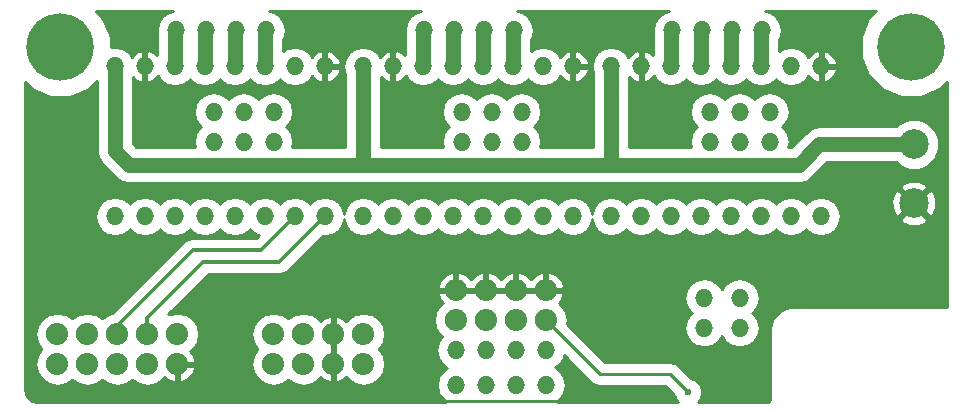
<source format=gbr>
G04 #@! TF.FileFunction,Copper,L2,Bot,Signal*
%FSLAX46Y46*%
G04 Gerber Fmt 4.6, Leading zero omitted, Abs format (unit mm)*
G04 Created by KiCad (PCBNEW 4.0.2-stable) date 10/3/2017 10:25:22 PM*
%MOMM*%
G01*
G04 APERTURE LIST*
%ADD10C,0.100000*%
%ADD11O,1.879600X1.879600*%
%ADD12O,1.524000X1.524000*%
%ADD13C,2.500000*%
%ADD14C,5.700000*%
%ADD15C,0.600000*%
%ADD16C,1.270000*%
%ADD17C,0.254000*%
%ADD18C,0.203200*%
%ADD19C,0.508000*%
%ADD20C,0.304800*%
G04 APERTURE END LIST*
D10*
D11*
X159639000Y-123317000D03*
X159639000Y-125857000D03*
X157099000Y-123317000D03*
X157099000Y-125857000D03*
X154559000Y-123317000D03*
X154559000Y-125857000D03*
X152019000Y-123317000D03*
X152019000Y-125857000D03*
D12*
X143690000Y-100650000D03*
X141150000Y-100650000D03*
X138610000Y-100650000D03*
X146230000Y-100650000D03*
X148770000Y-100650000D03*
X151310000Y-100650000D03*
X156390000Y-100650000D03*
X153850000Y-100650000D03*
X153850000Y-113350000D03*
X156390000Y-113350000D03*
X151310000Y-113350000D03*
X148770000Y-113350000D03*
X138610000Y-113350000D03*
X141150000Y-113350000D03*
X143690000Y-113350000D03*
X146230000Y-113350000D03*
X164690000Y-100650000D03*
X162150000Y-100650000D03*
X159610000Y-100650000D03*
X167230000Y-100650000D03*
X169770000Y-100650000D03*
X172310000Y-100650000D03*
X177390000Y-100650000D03*
X174850000Y-100650000D03*
X174850000Y-113350000D03*
X177390000Y-113350000D03*
X172310000Y-113350000D03*
X169770000Y-113350000D03*
X159610000Y-113350000D03*
X162150000Y-113350000D03*
X164690000Y-113350000D03*
X167230000Y-113350000D03*
D11*
X143891000Y-123317000D03*
X143891000Y-125857000D03*
X141351000Y-123317000D03*
X141351000Y-125857000D03*
X138811000Y-123317000D03*
X138811000Y-125857000D03*
X136271000Y-123317000D03*
X136271000Y-125857000D03*
X133731000Y-123317000D03*
X133731000Y-125857000D03*
D12*
X188500000Y-120250000D03*
X188500000Y-122790000D03*
X191500000Y-120250000D03*
X191500000Y-122790000D03*
X167513000Y-127635000D03*
X170053000Y-127635000D03*
X172593000Y-127635000D03*
X175133000Y-127635000D03*
X146960000Y-107020000D03*
X146960000Y-104480000D03*
X149500000Y-107020000D03*
X149500000Y-104480000D03*
X152040000Y-107020000D03*
X152040000Y-104480000D03*
X167960000Y-107020000D03*
X167960000Y-104480000D03*
X170500000Y-107020000D03*
X170500000Y-104480000D03*
X173040000Y-107020000D03*
X173040000Y-104480000D03*
X188960000Y-107020000D03*
X188960000Y-104480000D03*
X191500000Y-107020000D03*
X191500000Y-104480000D03*
X194040000Y-107020000D03*
X194040000Y-104480000D03*
X143800000Y-97600000D03*
X146340000Y-97600000D03*
X148880000Y-97600000D03*
X151420000Y-97600000D03*
X164800000Y-97600000D03*
X167340000Y-97600000D03*
X169880000Y-97600000D03*
X172420000Y-97600000D03*
X185800000Y-97600000D03*
X188340000Y-97600000D03*
X190880000Y-97600000D03*
X193420000Y-97600000D03*
D13*
X206250000Y-112250000D03*
X206250000Y-107250000D03*
D14*
X206000000Y-99000000D03*
X134000000Y-99000000D03*
D12*
X185690000Y-100650000D03*
X183150000Y-100650000D03*
X180610000Y-100650000D03*
X188230000Y-100650000D03*
X190770000Y-100650000D03*
X193310000Y-100650000D03*
X198390000Y-100650000D03*
X195850000Y-100650000D03*
X195850000Y-113350000D03*
X198390000Y-113350000D03*
X193310000Y-113350000D03*
X190770000Y-113350000D03*
X180610000Y-113350000D03*
X183150000Y-113350000D03*
X185690000Y-113350000D03*
X188230000Y-113350000D03*
D11*
X167465000Y-122126000D03*
X167465000Y-119586000D03*
X170005000Y-122126000D03*
X170005000Y-119586000D03*
X172545000Y-122126000D03*
X172545000Y-119586000D03*
X175085000Y-122126000D03*
X175085000Y-119586000D03*
D12*
X167465000Y-124666000D03*
X170005000Y-124666000D03*
X172545000Y-124666000D03*
X175085000Y-124666000D03*
D15*
X176600000Y-126300000D03*
X180400000Y-111300000D03*
X159400000Y-111200000D03*
X138300000Y-111300000D03*
X177700000Y-121900000D03*
X184102000Y-125428000D03*
X187150000Y-128222000D03*
D16*
X180610000Y-100650000D02*
X180610000Y-109000000D01*
X180600000Y-108600000D02*
X180600000Y-109000000D01*
X180600000Y-108990000D02*
X180600000Y-108600000D01*
X180610000Y-109000000D02*
X180600000Y-108990000D01*
X159610000Y-100650000D02*
X159610000Y-109000000D01*
X159500000Y-108900000D02*
X159500000Y-109000000D01*
X159510000Y-108900000D02*
X159500000Y-108900000D01*
X159610000Y-109000000D02*
X159510000Y-108900000D01*
X206250000Y-107250000D02*
X198250000Y-107250000D01*
X196500000Y-109000000D02*
X180600000Y-109000000D01*
X198250000Y-107250000D02*
X196500000Y-109000000D01*
X180600000Y-109000000D02*
X159500000Y-109000000D01*
X138610000Y-107810000D02*
X138610000Y-100650000D01*
X159500000Y-109000000D02*
X139800000Y-109000000D01*
X139800000Y-109000000D02*
X138610000Y-107810000D01*
D17*
X176600000Y-126300000D02*
X176600000Y-126600000D01*
X157099000Y-128599000D02*
X157099000Y-125857000D01*
X157500000Y-129000000D02*
X157099000Y-128599000D01*
X177500000Y-129000000D02*
X157500000Y-129000000D01*
X177500000Y-127500000D02*
X177500000Y-129000000D01*
X176600000Y-126600000D02*
X177500000Y-127500000D01*
D18*
X156845000Y-125857000D02*
X156850600Y-125857000D01*
D19*
X156845000Y-123317000D02*
X156845000Y-122713000D01*
D18*
X175100000Y-118850000D02*
X175100000Y-119444000D01*
D17*
X179657000Y-126698000D02*
X175085000Y-122126000D01*
X185626000Y-126698000D02*
X179657000Y-126698000D01*
X187150000Y-128222000D02*
X185626000Y-126698000D01*
D20*
X138811000Y-123317000D02*
X138811000Y-122589000D01*
X138811000Y-122589000D02*
X145200000Y-116200000D01*
X151000000Y-116200000D02*
X153850000Y-113350000D01*
X145200000Y-116200000D02*
X151000000Y-116200000D01*
X141351000Y-123317000D02*
X141351000Y-121949000D01*
X152540000Y-117200000D02*
X156390000Y-113350000D01*
X146100000Y-117200000D02*
X152540000Y-117200000D01*
X141351000Y-121949000D02*
X146100000Y-117200000D01*
D18*
X138811000Y-125857000D02*
X138816600Y-125857000D01*
X138300000Y-125857000D02*
X138300000Y-125850000D01*
X136271000Y-125857000D02*
X136378200Y-125857000D01*
X136271000Y-125857000D02*
X136556000Y-125857000D01*
X135760000Y-125857000D02*
X135943000Y-125857000D01*
D16*
X143690000Y-100650000D02*
X143690000Y-97710000D01*
X143690000Y-97710000D02*
X143800000Y-97600000D01*
X146230000Y-100650000D02*
X146230000Y-97710000D01*
X146230000Y-97710000D02*
X146340000Y-97600000D01*
X148770000Y-100650000D02*
X148770000Y-97710000D01*
X148770000Y-97710000D02*
X148880000Y-97600000D01*
X151310000Y-100650000D02*
X151310000Y-97710000D01*
X151310000Y-97710000D02*
X151420000Y-97600000D01*
X164690000Y-100650000D02*
X164690000Y-97710000D01*
X164690000Y-97710000D02*
X164800000Y-97600000D01*
X167230000Y-100650000D02*
X167230000Y-97710000D01*
X167230000Y-97710000D02*
X167340000Y-97600000D01*
X169770000Y-100650000D02*
X169770000Y-97710000D01*
X169770000Y-97710000D02*
X169880000Y-97600000D01*
X172310000Y-100650000D02*
X172310000Y-97710000D01*
X172310000Y-97710000D02*
X172420000Y-97600000D01*
X185690000Y-100650000D02*
X185690000Y-97710000D01*
X185690000Y-97710000D02*
X185800000Y-97600000D01*
X188230000Y-100650000D02*
X188230000Y-97710000D01*
X188230000Y-97710000D02*
X188340000Y-97600000D01*
X190770000Y-100650000D02*
X190770000Y-97710000D01*
X190770000Y-97710000D02*
X190880000Y-97600000D01*
X193310000Y-100650000D02*
X193310000Y-97710000D01*
X193310000Y-97710000D02*
X193420000Y-97600000D01*
D18*
X154559000Y-125857000D02*
X154559000Y-125811800D01*
X152019000Y-123317000D02*
X152019000Y-122814600D01*
X154559000Y-123317000D02*
X154559000Y-122865400D01*
X154559000Y-123317000D02*
X154559000Y-122509800D01*
D17*
G36*
X143168190Y-96042330D02*
X142632567Y-96400222D01*
X142274675Y-96935845D01*
X142149000Y-97567655D01*
X142149000Y-97632345D01*
X142166000Y-97717810D01*
X142166000Y-99721175D01*
X141864997Y-99449826D01*
X141493070Y-99295780D01*
X141277000Y-99418280D01*
X141277000Y-100523000D01*
X141297000Y-100523000D01*
X141297000Y-100777000D01*
X141277000Y-100777000D01*
X141277000Y-101881720D01*
X141493070Y-102004220D01*
X141864997Y-101850174D01*
X142269858Y-101485199D01*
X142273647Y-101477243D01*
X142522567Y-101849778D01*
X143058190Y-102207670D01*
X143690000Y-102333345D01*
X144321810Y-102207670D01*
X144857433Y-101849778D01*
X144960000Y-101696276D01*
X145062567Y-101849778D01*
X145598190Y-102207670D01*
X146230000Y-102333345D01*
X146861810Y-102207670D01*
X147397433Y-101849778D01*
X147500000Y-101696276D01*
X147602567Y-101849778D01*
X148138190Y-102207670D01*
X148770000Y-102333345D01*
X149401810Y-102207670D01*
X149937433Y-101849778D01*
X150040000Y-101696276D01*
X150142567Y-101849778D01*
X150678190Y-102207670D01*
X151310000Y-102333345D01*
X151941810Y-102207670D01*
X152477433Y-101849778D01*
X152580000Y-101696276D01*
X152682567Y-101849778D01*
X153218190Y-102207670D01*
X153850000Y-102333345D01*
X154481810Y-102207670D01*
X155017433Y-101849778D01*
X155266353Y-101477243D01*
X155270142Y-101485199D01*
X155675003Y-101850174D01*
X156046930Y-102004220D01*
X156263000Y-101881720D01*
X156263000Y-100777000D01*
X156517000Y-100777000D01*
X156517000Y-101881720D01*
X156733070Y-102004220D01*
X157104997Y-101850174D01*
X157509858Y-101485199D01*
X157744231Y-100993072D01*
X157622476Y-100777000D01*
X156517000Y-100777000D01*
X156263000Y-100777000D01*
X156243000Y-100777000D01*
X156243000Y-100523000D01*
X156263000Y-100523000D01*
X156263000Y-99418280D01*
X156517000Y-99418280D01*
X156517000Y-100523000D01*
X157622476Y-100523000D01*
X157744231Y-100306928D01*
X157509858Y-99814801D01*
X157104997Y-99449826D01*
X156733070Y-99295780D01*
X156517000Y-99418280D01*
X156263000Y-99418280D01*
X156046930Y-99295780D01*
X155675003Y-99449826D01*
X155270142Y-99814801D01*
X155266353Y-99822757D01*
X155017433Y-99450222D01*
X154481810Y-99092330D01*
X153850000Y-98966655D01*
X153218190Y-99092330D01*
X152834000Y-99349038D01*
X152834000Y-98430765D01*
X152945325Y-98264155D01*
X153071000Y-97632345D01*
X153071000Y-97567655D01*
X152945325Y-96935845D01*
X152587433Y-96400222D01*
X152051810Y-96042330D01*
X151658019Y-95964000D01*
X164561981Y-95964000D01*
X164168190Y-96042330D01*
X163632567Y-96400222D01*
X163274675Y-96935845D01*
X163149000Y-97567655D01*
X163149000Y-97632345D01*
X163166000Y-97717810D01*
X163166000Y-99721175D01*
X162864997Y-99449826D01*
X162493070Y-99295780D01*
X162277000Y-99418280D01*
X162277000Y-100523000D01*
X162297000Y-100523000D01*
X162297000Y-100777000D01*
X162277000Y-100777000D01*
X162277000Y-101881720D01*
X162493070Y-102004220D01*
X162864997Y-101850174D01*
X163269858Y-101485199D01*
X163273647Y-101477243D01*
X163522567Y-101849778D01*
X164058190Y-102207670D01*
X164690000Y-102333345D01*
X165321810Y-102207670D01*
X165857433Y-101849778D01*
X165960000Y-101696276D01*
X166062567Y-101849778D01*
X166598190Y-102207670D01*
X167230000Y-102333345D01*
X167861810Y-102207670D01*
X168397433Y-101849778D01*
X168500000Y-101696276D01*
X168602567Y-101849778D01*
X169138190Y-102207670D01*
X169770000Y-102333345D01*
X170401810Y-102207670D01*
X170937433Y-101849778D01*
X171040000Y-101696276D01*
X171142567Y-101849778D01*
X171678190Y-102207670D01*
X172310000Y-102333345D01*
X172941810Y-102207670D01*
X173477433Y-101849778D01*
X173580000Y-101696276D01*
X173682567Y-101849778D01*
X174218190Y-102207670D01*
X174850000Y-102333345D01*
X175481810Y-102207670D01*
X176017433Y-101849778D01*
X176266353Y-101477243D01*
X176270142Y-101485199D01*
X176675003Y-101850174D01*
X177046930Y-102004220D01*
X177263000Y-101881720D01*
X177263000Y-100777000D01*
X177517000Y-100777000D01*
X177517000Y-101881720D01*
X177733070Y-102004220D01*
X178104997Y-101850174D01*
X178509858Y-101485199D01*
X178744231Y-100993072D01*
X178622476Y-100777000D01*
X177517000Y-100777000D01*
X177263000Y-100777000D01*
X177243000Y-100777000D01*
X177243000Y-100523000D01*
X177263000Y-100523000D01*
X177263000Y-99418280D01*
X177517000Y-99418280D01*
X177517000Y-100523000D01*
X178622476Y-100523000D01*
X178744231Y-100306928D01*
X178509858Y-99814801D01*
X178104997Y-99449826D01*
X177733070Y-99295780D01*
X177517000Y-99418280D01*
X177263000Y-99418280D01*
X177046930Y-99295780D01*
X176675003Y-99449826D01*
X176270142Y-99814801D01*
X176266353Y-99822757D01*
X176017433Y-99450222D01*
X175481810Y-99092330D01*
X174850000Y-98966655D01*
X174218190Y-99092330D01*
X173834000Y-99349038D01*
X173834000Y-98430765D01*
X173945325Y-98264155D01*
X174071000Y-97632345D01*
X174071000Y-97567655D01*
X173945325Y-96935845D01*
X173587433Y-96400222D01*
X173051810Y-96042330D01*
X172658019Y-95964000D01*
X185561981Y-95964000D01*
X185168190Y-96042330D01*
X184632567Y-96400222D01*
X184274675Y-96935845D01*
X184149000Y-97567655D01*
X184149000Y-97632345D01*
X184166000Y-97717810D01*
X184166000Y-99721175D01*
X183864997Y-99449826D01*
X183493070Y-99295780D01*
X183277000Y-99418280D01*
X183277000Y-100523000D01*
X183297000Y-100523000D01*
X183297000Y-100777000D01*
X183277000Y-100777000D01*
X183277000Y-101881720D01*
X183493070Y-102004220D01*
X183864997Y-101850174D01*
X184269858Y-101485199D01*
X184273647Y-101477243D01*
X184522567Y-101849778D01*
X185058190Y-102207670D01*
X185690000Y-102333345D01*
X186321810Y-102207670D01*
X186857433Y-101849778D01*
X186960000Y-101696276D01*
X187062567Y-101849778D01*
X187598190Y-102207670D01*
X188230000Y-102333345D01*
X188861810Y-102207670D01*
X189397433Y-101849778D01*
X189500000Y-101696276D01*
X189602567Y-101849778D01*
X190138190Y-102207670D01*
X190770000Y-102333345D01*
X191401810Y-102207670D01*
X191937433Y-101849778D01*
X192040000Y-101696276D01*
X192142567Y-101849778D01*
X192678190Y-102207670D01*
X193310000Y-102333345D01*
X193941810Y-102207670D01*
X194477433Y-101849778D01*
X194580000Y-101696276D01*
X194682567Y-101849778D01*
X195218190Y-102207670D01*
X195850000Y-102333345D01*
X196481810Y-102207670D01*
X197017433Y-101849778D01*
X197266353Y-101477243D01*
X197270142Y-101485199D01*
X197675003Y-101850174D01*
X198046930Y-102004220D01*
X198263000Y-101881720D01*
X198263000Y-100777000D01*
X198517000Y-100777000D01*
X198517000Y-101881720D01*
X198733070Y-102004220D01*
X199104997Y-101850174D01*
X199509858Y-101485199D01*
X199744231Y-100993072D01*
X199622476Y-100777000D01*
X198517000Y-100777000D01*
X198263000Y-100777000D01*
X198243000Y-100777000D01*
X198243000Y-100523000D01*
X198263000Y-100523000D01*
X198263000Y-99418280D01*
X198517000Y-99418280D01*
X198517000Y-100523000D01*
X199622476Y-100523000D01*
X199744231Y-100306928D01*
X199509858Y-99814801D01*
X199104997Y-99449826D01*
X198733070Y-99295780D01*
X198517000Y-99418280D01*
X198263000Y-99418280D01*
X198046930Y-99295780D01*
X197675003Y-99449826D01*
X197270142Y-99814801D01*
X197266353Y-99822757D01*
X197017433Y-99450222D01*
X196481810Y-99092330D01*
X195850000Y-98966655D01*
X195218190Y-99092330D01*
X194834000Y-99349038D01*
X194834000Y-98430765D01*
X194945325Y-98264155D01*
X195071000Y-97632345D01*
X195071000Y-97567655D01*
X194945325Y-96935845D01*
X194587433Y-96400222D01*
X194051810Y-96042330D01*
X193658019Y-95964000D01*
X203029890Y-95964000D01*
X202401668Y-96591127D01*
X201753738Y-98151513D01*
X201752264Y-99841074D01*
X202397469Y-101402590D01*
X203591127Y-102598332D01*
X205151513Y-103246262D01*
X206841074Y-103247736D01*
X208402590Y-102602531D01*
X209036000Y-101970225D01*
X209036000Y-120905056D01*
X209015812Y-121006549D01*
X209012102Y-121012101D01*
X209006549Y-121015812D01*
X208905056Y-121036000D01*
X196000000Y-121036000D01*
X195906878Y-121054523D01*
X195811934Y-121054523D01*
X195429251Y-121130643D01*
X195429250Y-121130643D01*
X195081747Y-121274583D01*
X194757324Y-121491356D01*
X194491356Y-121757323D01*
X194491356Y-121757324D01*
X194274583Y-122081748D01*
X194130644Y-122429249D01*
X194130643Y-122429251D01*
X194054523Y-122811934D01*
X194054523Y-122906878D01*
X194036000Y-123000000D01*
X194036000Y-128905056D01*
X194015812Y-129006549D01*
X194012102Y-129012101D01*
X194006549Y-129015812D01*
X193905056Y-129036000D01*
X188017547Y-129036000D01*
X188157397Y-128896394D01*
X188338793Y-128459544D01*
X188339206Y-127986531D01*
X188158573Y-127549365D01*
X187824394Y-127214603D01*
X187405506Y-127040666D01*
X186344420Y-125979580D01*
X186014807Y-125759338D01*
X185950300Y-125746507D01*
X185626000Y-125682000D01*
X180077841Y-125682000D01*
X176878653Y-122482813D01*
X176949628Y-122126000D01*
X176810419Y-121426149D01*
X176413985Y-120832843D01*
X176180307Y-120676704D01*
X176429546Y-120405890D01*
X176494114Y-120250000D01*
X186816655Y-120250000D01*
X186942330Y-120881810D01*
X187300222Y-121417433D01*
X187453724Y-121520000D01*
X187300222Y-121622567D01*
X186942330Y-122158190D01*
X186816655Y-122790000D01*
X186942330Y-123421810D01*
X187300222Y-123957433D01*
X187835845Y-124315325D01*
X188467655Y-124441000D01*
X188532345Y-124441000D01*
X189164155Y-124315325D01*
X189699778Y-123957433D01*
X190000000Y-123508119D01*
X190300222Y-123957433D01*
X190835845Y-124315325D01*
X191467655Y-124441000D01*
X191532345Y-124441000D01*
X192164155Y-124315325D01*
X192699778Y-123957433D01*
X193057670Y-123421810D01*
X193183345Y-122790000D01*
X193057670Y-122158190D01*
X192699778Y-121622567D01*
X192546276Y-121520000D01*
X192699778Y-121417433D01*
X193057670Y-120881810D01*
X193183345Y-120250000D01*
X193057670Y-119618190D01*
X192699778Y-119082567D01*
X192164155Y-118724675D01*
X191532345Y-118599000D01*
X191467655Y-118599000D01*
X190835845Y-118724675D01*
X190300222Y-119082567D01*
X190000000Y-119531881D01*
X189699778Y-119082567D01*
X189164155Y-118724675D01*
X188532345Y-118599000D01*
X188467655Y-118599000D01*
X187835845Y-118724675D01*
X187300222Y-119082567D01*
X186942330Y-119618190D01*
X186816655Y-120250000D01*
X176494114Y-120250000D01*
X176615479Y-119956987D01*
X176495343Y-119713000D01*
X175212000Y-119713000D01*
X175212000Y-119733000D01*
X174958000Y-119733000D01*
X174958000Y-119713000D01*
X172672000Y-119713000D01*
X172672000Y-119733000D01*
X172418000Y-119733000D01*
X172418000Y-119713000D01*
X170132000Y-119713000D01*
X170132000Y-119733000D01*
X169878000Y-119733000D01*
X169878000Y-119713000D01*
X167592000Y-119713000D01*
X167592000Y-119733000D01*
X167338000Y-119733000D01*
X167338000Y-119713000D01*
X166054657Y-119713000D01*
X165934521Y-119956987D01*
X166120454Y-120405890D01*
X166369693Y-120676704D01*
X166136015Y-120832843D01*
X165739581Y-121426149D01*
X165600372Y-122126000D01*
X165739581Y-122825851D01*
X166136015Y-123419157D01*
X166269444Y-123508311D01*
X165939675Y-124001845D01*
X165814000Y-124633655D01*
X165814000Y-124698345D01*
X165939675Y-125330155D01*
X166297567Y-125865778D01*
X166747683Y-126166536D01*
X166345567Y-126435222D01*
X165987675Y-126970845D01*
X165862000Y-127602655D01*
X165862000Y-127667345D01*
X165987675Y-128299155D01*
X166345567Y-128834778D01*
X166646717Y-129036000D01*
X132094946Y-129036000D01*
X131610766Y-128939691D01*
X131280791Y-128719209D01*
X131060309Y-128389234D01*
X130964000Y-127905054D01*
X130964000Y-123317000D01*
X131866372Y-123317000D01*
X132005581Y-124016851D01*
X132386542Y-124587000D01*
X132005581Y-125157149D01*
X131866372Y-125857000D01*
X132005581Y-126556851D01*
X132402015Y-127150157D01*
X132995321Y-127546591D01*
X133695172Y-127685800D01*
X133766828Y-127685800D01*
X134466679Y-127546591D01*
X135001000Y-127189569D01*
X135535321Y-127546591D01*
X136235172Y-127685800D01*
X136306828Y-127685800D01*
X137006679Y-127546591D01*
X137541000Y-127189569D01*
X138075321Y-127546591D01*
X138775172Y-127685800D01*
X138846828Y-127685800D01*
X139546679Y-127546591D01*
X140081000Y-127189569D01*
X140615321Y-127546591D01*
X141315172Y-127685800D01*
X141386828Y-127685800D01*
X142086679Y-127546591D01*
X142679985Y-127150157D01*
X142807029Y-126960021D01*
X142962560Y-127129015D01*
X143520012Y-127387487D01*
X143764000Y-127267930D01*
X143764000Y-125984000D01*
X144018000Y-125984000D01*
X144018000Y-127267930D01*
X144261988Y-127387487D01*
X144819440Y-127129015D01*
X145235546Y-126676890D01*
X145421479Y-126227987D01*
X145301343Y-125984000D01*
X144018000Y-125984000D01*
X143764000Y-125984000D01*
X143744000Y-125984000D01*
X143744000Y-125730000D01*
X143764000Y-125730000D01*
X143764000Y-125710000D01*
X144018000Y-125710000D01*
X144018000Y-125730000D01*
X145301343Y-125730000D01*
X145421479Y-125486013D01*
X145235546Y-125037110D01*
X144986307Y-124766296D01*
X145219985Y-124610157D01*
X145616419Y-124016851D01*
X145755628Y-123317000D01*
X150154372Y-123317000D01*
X150293581Y-124016851D01*
X150674542Y-124587000D01*
X150293581Y-125157149D01*
X150154372Y-125857000D01*
X150293581Y-126556851D01*
X150690015Y-127150157D01*
X151283321Y-127546591D01*
X151983172Y-127685800D01*
X152054828Y-127685800D01*
X152754679Y-127546591D01*
X153289000Y-127189569D01*
X153823321Y-127546591D01*
X154523172Y-127685800D01*
X154594828Y-127685800D01*
X155294679Y-127546591D01*
X155887985Y-127150157D01*
X156015029Y-126960021D01*
X156170560Y-127129015D01*
X156728012Y-127387487D01*
X156972000Y-127267930D01*
X156972000Y-125984000D01*
X156952000Y-125984000D01*
X156952000Y-125730000D01*
X156972000Y-125730000D01*
X156972000Y-123444000D01*
X156952000Y-123444000D01*
X156952000Y-123190000D01*
X156972000Y-123190000D01*
X156972000Y-121906070D01*
X157226000Y-121906070D01*
X157226000Y-123190000D01*
X157246000Y-123190000D01*
X157246000Y-123444000D01*
X157226000Y-123444000D01*
X157226000Y-125730000D01*
X157246000Y-125730000D01*
X157246000Y-125984000D01*
X157226000Y-125984000D01*
X157226000Y-127267930D01*
X157469988Y-127387487D01*
X158027440Y-127129015D01*
X158182971Y-126960021D01*
X158310015Y-127150157D01*
X158903321Y-127546591D01*
X159603172Y-127685800D01*
X159674828Y-127685800D01*
X160374679Y-127546591D01*
X160967985Y-127150157D01*
X161364419Y-126556851D01*
X161503628Y-125857000D01*
X161364419Y-125157149D01*
X160983458Y-124587000D01*
X161364419Y-124016851D01*
X161503628Y-123317000D01*
X161364419Y-122617149D01*
X160967985Y-122023843D01*
X160374679Y-121627409D01*
X159674828Y-121488200D01*
X159603172Y-121488200D01*
X158903321Y-121627409D01*
X158310015Y-122023843D01*
X158182971Y-122213979D01*
X158027440Y-122044985D01*
X157469988Y-121786513D01*
X157226000Y-121906070D01*
X156972000Y-121906070D01*
X156728012Y-121786513D01*
X156170560Y-122044985D01*
X156015029Y-122213979D01*
X155887985Y-122023843D01*
X155294679Y-121627409D01*
X154594828Y-121488200D01*
X154523172Y-121488200D01*
X153823321Y-121627409D01*
X153289000Y-121984431D01*
X152754679Y-121627409D01*
X152054828Y-121488200D01*
X151983172Y-121488200D01*
X151283321Y-121627409D01*
X150690015Y-122023843D01*
X150293581Y-122617149D01*
X150154372Y-123317000D01*
X145755628Y-123317000D01*
X145616419Y-122617149D01*
X145219985Y-122023843D01*
X144626679Y-121627409D01*
X143926828Y-121488200D01*
X143855172Y-121488200D01*
X143155321Y-121627409D01*
X143125281Y-121647481D01*
X145557749Y-119215013D01*
X165934521Y-119215013D01*
X166054657Y-119459000D01*
X167338000Y-119459000D01*
X167338000Y-118175070D01*
X167592000Y-118175070D01*
X167592000Y-119459000D01*
X169878000Y-119459000D01*
X169878000Y-118175070D01*
X170132000Y-118175070D01*
X170132000Y-119459000D01*
X172418000Y-119459000D01*
X172418000Y-118175070D01*
X172672000Y-118175070D01*
X172672000Y-119459000D01*
X174958000Y-119459000D01*
X174958000Y-118175070D01*
X175212000Y-118175070D01*
X175212000Y-119459000D01*
X176495343Y-119459000D01*
X176615479Y-119215013D01*
X176429546Y-118766110D01*
X176013440Y-118313985D01*
X175455988Y-118055513D01*
X175212000Y-118175070D01*
X174958000Y-118175070D01*
X174714012Y-118055513D01*
X174156560Y-118313985D01*
X173815000Y-118685111D01*
X173473440Y-118313985D01*
X172915988Y-118055513D01*
X172672000Y-118175070D01*
X172418000Y-118175070D01*
X172174012Y-118055513D01*
X171616560Y-118313985D01*
X171275000Y-118685111D01*
X170933440Y-118313985D01*
X170375988Y-118055513D01*
X170132000Y-118175070D01*
X169878000Y-118175070D01*
X169634012Y-118055513D01*
X169076560Y-118313985D01*
X168735000Y-118685111D01*
X168393440Y-118313985D01*
X167835988Y-118055513D01*
X167592000Y-118175070D01*
X167338000Y-118175070D01*
X167094012Y-118055513D01*
X166536560Y-118313985D01*
X166120454Y-118766110D01*
X165934521Y-119215013D01*
X145557749Y-119215013D01*
X146531362Y-118241400D01*
X152540000Y-118241400D01*
X152938527Y-118162128D01*
X153276381Y-117936381D01*
X156214355Y-114998407D01*
X156390000Y-115033345D01*
X157021810Y-114907670D01*
X157557433Y-114549778D01*
X157915325Y-114014155D01*
X158000000Y-113588466D01*
X158084675Y-114014155D01*
X158442567Y-114549778D01*
X158978190Y-114907670D01*
X159610000Y-115033345D01*
X160241810Y-114907670D01*
X160777433Y-114549778D01*
X160880000Y-114396276D01*
X160982567Y-114549778D01*
X161518190Y-114907670D01*
X162150000Y-115033345D01*
X162781810Y-114907670D01*
X163317433Y-114549778D01*
X163420000Y-114396276D01*
X163522567Y-114549778D01*
X164058190Y-114907670D01*
X164690000Y-115033345D01*
X165321810Y-114907670D01*
X165857433Y-114549778D01*
X165960000Y-114396276D01*
X166062567Y-114549778D01*
X166598190Y-114907670D01*
X167230000Y-115033345D01*
X167861810Y-114907670D01*
X168397433Y-114549778D01*
X168500000Y-114396276D01*
X168602567Y-114549778D01*
X169138190Y-114907670D01*
X169770000Y-115033345D01*
X170401810Y-114907670D01*
X170937433Y-114549778D01*
X171040000Y-114396276D01*
X171142567Y-114549778D01*
X171678190Y-114907670D01*
X172310000Y-115033345D01*
X172941810Y-114907670D01*
X173477433Y-114549778D01*
X173580000Y-114396276D01*
X173682567Y-114549778D01*
X174218190Y-114907670D01*
X174850000Y-115033345D01*
X175481810Y-114907670D01*
X176017433Y-114549778D01*
X176120000Y-114396276D01*
X176222567Y-114549778D01*
X176758190Y-114907670D01*
X177390000Y-115033345D01*
X178021810Y-114907670D01*
X178557433Y-114549778D01*
X178915325Y-114014155D01*
X179000000Y-113588466D01*
X179084675Y-114014155D01*
X179442567Y-114549778D01*
X179978190Y-114907670D01*
X180610000Y-115033345D01*
X181241810Y-114907670D01*
X181777433Y-114549778D01*
X181880000Y-114396276D01*
X181982567Y-114549778D01*
X182518190Y-114907670D01*
X183150000Y-115033345D01*
X183781810Y-114907670D01*
X184317433Y-114549778D01*
X184420000Y-114396276D01*
X184522567Y-114549778D01*
X185058190Y-114907670D01*
X185690000Y-115033345D01*
X186321810Y-114907670D01*
X186857433Y-114549778D01*
X186960000Y-114396276D01*
X187062567Y-114549778D01*
X187598190Y-114907670D01*
X188230000Y-115033345D01*
X188861810Y-114907670D01*
X189397433Y-114549778D01*
X189500000Y-114396276D01*
X189602567Y-114549778D01*
X190138190Y-114907670D01*
X190770000Y-115033345D01*
X191401810Y-114907670D01*
X191937433Y-114549778D01*
X192040000Y-114396276D01*
X192142567Y-114549778D01*
X192678190Y-114907670D01*
X193310000Y-115033345D01*
X193941810Y-114907670D01*
X194477433Y-114549778D01*
X194580000Y-114396276D01*
X194682567Y-114549778D01*
X195218190Y-114907670D01*
X195850000Y-115033345D01*
X196481810Y-114907670D01*
X197017433Y-114549778D01*
X197120000Y-114396276D01*
X197222567Y-114549778D01*
X197758190Y-114907670D01*
X198390000Y-115033345D01*
X199021810Y-114907670D01*
X199557433Y-114549778D01*
X199915325Y-114014155D01*
X200001023Y-113583320D01*
X205096285Y-113583320D01*
X205225533Y-113876123D01*
X205925806Y-114144388D01*
X206675435Y-114124250D01*
X207274467Y-113876123D01*
X207403715Y-113583320D01*
X206250000Y-112429605D01*
X205096285Y-113583320D01*
X200001023Y-113583320D01*
X200041000Y-113382345D01*
X200041000Y-113317655D01*
X199915325Y-112685845D01*
X199557433Y-112150222D01*
X199221571Y-111925806D01*
X204355612Y-111925806D01*
X204375750Y-112675435D01*
X204623877Y-113274467D01*
X204916680Y-113403715D01*
X206070395Y-112250000D01*
X206429605Y-112250000D01*
X207583320Y-113403715D01*
X207876123Y-113274467D01*
X208144388Y-112574194D01*
X208124250Y-111824565D01*
X207876123Y-111225533D01*
X207583320Y-111096285D01*
X206429605Y-112250000D01*
X206070395Y-112250000D01*
X204916680Y-111096285D01*
X204623877Y-111225533D01*
X204355612Y-111925806D01*
X199221571Y-111925806D01*
X199021810Y-111792330D01*
X198390000Y-111666655D01*
X197758190Y-111792330D01*
X197222567Y-112150222D01*
X197120000Y-112303724D01*
X197017433Y-112150222D01*
X196481810Y-111792330D01*
X195850000Y-111666655D01*
X195218190Y-111792330D01*
X194682567Y-112150222D01*
X194580000Y-112303724D01*
X194477433Y-112150222D01*
X193941810Y-111792330D01*
X193310000Y-111666655D01*
X192678190Y-111792330D01*
X192142567Y-112150222D01*
X192040000Y-112303724D01*
X191937433Y-112150222D01*
X191401810Y-111792330D01*
X190770000Y-111666655D01*
X190138190Y-111792330D01*
X189602567Y-112150222D01*
X189500000Y-112303724D01*
X189397433Y-112150222D01*
X188861810Y-111792330D01*
X188230000Y-111666655D01*
X187598190Y-111792330D01*
X187062567Y-112150222D01*
X186960000Y-112303724D01*
X186857433Y-112150222D01*
X186321810Y-111792330D01*
X185690000Y-111666655D01*
X185058190Y-111792330D01*
X184522567Y-112150222D01*
X184420000Y-112303724D01*
X184317433Y-112150222D01*
X183781810Y-111792330D01*
X183150000Y-111666655D01*
X182518190Y-111792330D01*
X181982567Y-112150222D01*
X181880000Y-112303724D01*
X181777433Y-112150222D01*
X181241810Y-111792330D01*
X180610000Y-111666655D01*
X179978190Y-111792330D01*
X179442567Y-112150222D01*
X179084675Y-112685845D01*
X179000000Y-113111534D01*
X178915325Y-112685845D01*
X178557433Y-112150222D01*
X178021810Y-111792330D01*
X177390000Y-111666655D01*
X176758190Y-111792330D01*
X176222567Y-112150222D01*
X176120000Y-112303724D01*
X176017433Y-112150222D01*
X175481810Y-111792330D01*
X174850000Y-111666655D01*
X174218190Y-111792330D01*
X173682567Y-112150222D01*
X173580000Y-112303724D01*
X173477433Y-112150222D01*
X172941810Y-111792330D01*
X172310000Y-111666655D01*
X171678190Y-111792330D01*
X171142567Y-112150222D01*
X171040000Y-112303724D01*
X170937433Y-112150222D01*
X170401810Y-111792330D01*
X169770000Y-111666655D01*
X169138190Y-111792330D01*
X168602567Y-112150222D01*
X168500000Y-112303724D01*
X168397433Y-112150222D01*
X167861810Y-111792330D01*
X167230000Y-111666655D01*
X166598190Y-111792330D01*
X166062567Y-112150222D01*
X165960000Y-112303724D01*
X165857433Y-112150222D01*
X165321810Y-111792330D01*
X164690000Y-111666655D01*
X164058190Y-111792330D01*
X163522567Y-112150222D01*
X163420000Y-112303724D01*
X163317433Y-112150222D01*
X162781810Y-111792330D01*
X162150000Y-111666655D01*
X161518190Y-111792330D01*
X160982567Y-112150222D01*
X160880000Y-112303724D01*
X160777433Y-112150222D01*
X160241810Y-111792330D01*
X159610000Y-111666655D01*
X158978190Y-111792330D01*
X158442567Y-112150222D01*
X158084675Y-112685845D01*
X158000000Y-113111534D01*
X157915325Y-112685845D01*
X157557433Y-112150222D01*
X157021810Y-111792330D01*
X156390000Y-111666655D01*
X155758190Y-111792330D01*
X155222567Y-112150222D01*
X155120000Y-112303724D01*
X155017433Y-112150222D01*
X154481810Y-111792330D01*
X153850000Y-111666655D01*
X153218190Y-111792330D01*
X152682567Y-112150222D01*
X152580000Y-112303724D01*
X152477433Y-112150222D01*
X151941810Y-111792330D01*
X151310000Y-111666655D01*
X150678190Y-111792330D01*
X150142567Y-112150222D01*
X150040000Y-112303724D01*
X149937433Y-112150222D01*
X149401810Y-111792330D01*
X148770000Y-111666655D01*
X148138190Y-111792330D01*
X147602567Y-112150222D01*
X147500000Y-112303724D01*
X147397433Y-112150222D01*
X146861810Y-111792330D01*
X146230000Y-111666655D01*
X145598190Y-111792330D01*
X145062567Y-112150222D01*
X144960000Y-112303724D01*
X144857433Y-112150222D01*
X144321810Y-111792330D01*
X143690000Y-111666655D01*
X143058190Y-111792330D01*
X142522567Y-112150222D01*
X142420000Y-112303724D01*
X142317433Y-112150222D01*
X141781810Y-111792330D01*
X141150000Y-111666655D01*
X140518190Y-111792330D01*
X139982567Y-112150222D01*
X139880000Y-112303724D01*
X139777433Y-112150222D01*
X139241810Y-111792330D01*
X138610000Y-111666655D01*
X137978190Y-111792330D01*
X137442567Y-112150222D01*
X137084675Y-112685845D01*
X136959000Y-113317655D01*
X136959000Y-113382345D01*
X137084675Y-114014155D01*
X137442567Y-114549778D01*
X137978190Y-114907670D01*
X138610000Y-115033345D01*
X139241810Y-114907670D01*
X139777433Y-114549778D01*
X139880000Y-114396276D01*
X139982567Y-114549778D01*
X140518190Y-114907670D01*
X141150000Y-115033345D01*
X141781810Y-114907670D01*
X142317433Y-114549778D01*
X142420000Y-114396276D01*
X142522567Y-114549778D01*
X143058190Y-114907670D01*
X143690000Y-115033345D01*
X144321810Y-114907670D01*
X144857433Y-114549778D01*
X144960000Y-114396276D01*
X145062567Y-114549778D01*
X145598190Y-114907670D01*
X146230000Y-115033345D01*
X146861810Y-114907670D01*
X147397433Y-114549778D01*
X147500000Y-114396276D01*
X147602567Y-114549778D01*
X148138190Y-114907670D01*
X148770000Y-115033345D01*
X149401810Y-114907670D01*
X149937433Y-114549778D01*
X150040000Y-114396276D01*
X150142567Y-114549778D01*
X150678190Y-114907670D01*
X150796112Y-114931126D01*
X150568638Y-115158600D01*
X145200000Y-115158600D01*
X144801473Y-115237872D01*
X144463619Y-115463619D01*
X138355575Y-121571663D01*
X138075321Y-121627409D01*
X137541000Y-121984431D01*
X137006679Y-121627409D01*
X136306828Y-121488200D01*
X136235172Y-121488200D01*
X135535321Y-121627409D01*
X135001000Y-121984431D01*
X134466679Y-121627409D01*
X133766828Y-121488200D01*
X133695172Y-121488200D01*
X132995321Y-121627409D01*
X132402015Y-122023843D01*
X132005581Y-122617149D01*
X131866372Y-123317000D01*
X130964000Y-123317000D01*
X130964000Y-110916680D01*
X205096285Y-110916680D01*
X206250000Y-112070395D01*
X207403715Y-110916680D01*
X207274467Y-110623877D01*
X206574194Y-110355612D01*
X205824565Y-110375750D01*
X205225533Y-110623877D01*
X205096285Y-110916680D01*
X130964000Y-110916680D01*
X130964000Y-101970110D01*
X131591127Y-102598332D01*
X133151513Y-103246262D01*
X134841074Y-103247736D01*
X136402590Y-102602531D01*
X137086000Y-101920312D01*
X137086000Y-107810000D01*
X137202008Y-108393210D01*
X137387621Y-108671000D01*
X137532369Y-108887631D01*
X138722369Y-110077631D01*
X139216790Y-110407992D01*
X139800000Y-110524000D01*
X196500000Y-110524000D01*
X197083210Y-110407992D01*
X197577631Y-110077631D01*
X198881262Y-108774000D01*
X204748977Y-108774000D01*
X205036772Y-109062298D01*
X205822660Y-109388627D01*
X206673607Y-109389370D01*
X207460063Y-109064413D01*
X208062298Y-108463228D01*
X208388627Y-107677340D01*
X208389370Y-106826393D01*
X208064413Y-106039937D01*
X207463228Y-105437702D01*
X206677340Y-105111373D01*
X205826393Y-105110630D01*
X205039937Y-105435587D01*
X204749017Y-105726000D01*
X198250005Y-105726000D01*
X198250000Y-105725999D01*
X197666791Y-105842007D01*
X197172369Y-106172369D01*
X195868738Y-107476000D01*
X195632641Y-107476000D01*
X195723345Y-107020000D01*
X195597670Y-106388190D01*
X195239778Y-105852567D01*
X195086276Y-105750000D01*
X195239778Y-105647433D01*
X195597670Y-105111810D01*
X195723345Y-104480000D01*
X195597670Y-103848190D01*
X195239778Y-103312567D01*
X194704155Y-102954675D01*
X194072345Y-102829000D01*
X194007655Y-102829000D01*
X193375845Y-102954675D01*
X192840222Y-103312567D01*
X192770000Y-103417662D01*
X192699778Y-103312567D01*
X192164155Y-102954675D01*
X191532345Y-102829000D01*
X191467655Y-102829000D01*
X190835845Y-102954675D01*
X190300222Y-103312567D01*
X190230000Y-103417662D01*
X190159778Y-103312567D01*
X189624155Y-102954675D01*
X188992345Y-102829000D01*
X188927655Y-102829000D01*
X188295845Y-102954675D01*
X187760222Y-103312567D01*
X187402330Y-103848190D01*
X187276655Y-104480000D01*
X187402330Y-105111810D01*
X187760222Y-105647433D01*
X187913724Y-105750000D01*
X187760222Y-105852567D01*
X187402330Y-106388190D01*
X187276655Y-107020000D01*
X187367359Y-107476000D01*
X182134000Y-107476000D01*
X182134000Y-101578825D01*
X182435003Y-101850174D01*
X182806930Y-102004220D01*
X183023000Y-101881720D01*
X183023000Y-100777000D01*
X183003000Y-100777000D01*
X183003000Y-100523000D01*
X183023000Y-100523000D01*
X183023000Y-99418280D01*
X182806930Y-99295780D01*
X182435003Y-99449826D01*
X182030142Y-99814801D01*
X182026353Y-99822757D01*
X181777433Y-99450222D01*
X181241810Y-99092330D01*
X180610000Y-98966655D01*
X179978190Y-99092330D01*
X179442567Y-99450222D01*
X179084675Y-99985845D01*
X178959000Y-100617655D01*
X178959000Y-100682345D01*
X179084675Y-101314155D01*
X179086000Y-101316138D01*
X179086000Y-107476000D01*
X174632641Y-107476000D01*
X174723345Y-107020000D01*
X174597670Y-106388190D01*
X174239778Y-105852567D01*
X174086276Y-105750000D01*
X174239778Y-105647433D01*
X174597670Y-105111810D01*
X174723345Y-104480000D01*
X174597670Y-103848190D01*
X174239778Y-103312567D01*
X173704155Y-102954675D01*
X173072345Y-102829000D01*
X173007655Y-102829000D01*
X172375845Y-102954675D01*
X171840222Y-103312567D01*
X171770000Y-103417662D01*
X171699778Y-103312567D01*
X171164155Y-102954675D01*
X170532345Y-102829000D01*
X170467655Y-102829000D01*
X169835845Y-102954675D01*
X169300222Y-103312567D01*
X169230000Y-103417662D01*
X169159778Y-103312567D01*
X168624155Y-102954675D01*
X167992345Y-102829000D01*
X167927655Y-102829000D01*
X167295845Y-102954675D01*
X166760222Y-103312567D01*
X166402330Y-103848190D01*
X166276655Y-104480000D01*
X166402330Y-105111810D01*
X166760222Y-105647433D01*
X166913724Y-105750000D01*
X166760222Y-105852567D01*
X166402330Y-106388190D01*
X166276655Y-107020000D01*
X166367359Y-107476000D01*
X161134000Y-107476000D01*
X161134000Y-101578825D01*
X161435003Y-101850174D01*
X161806930Y-102004220D01*
X162023000Y-101881720D01*
X162023000Y-100777000D01*
X162003000Y-100777000D01*
X162003000Y-100523000D01*
X162023000Y-100523000D01*
X162023000Y-99418280D01*
X161806930Y-99295780D01*
X161435003Y-99449826D01*
X161030142Y-99814801D01*
X161026353Y-99822757D01*
X160777433Y-99450222D01*
X160241810Y-99092330D01*
X159610000Y-98966655D01*
X158978190Y-99092330D01*
X158442567Y-99450222D01*
X158084675Y-99985845D01*
X157959000Y-100617655D01*
X157959000Y-100682345D01*
X158084675Y-101314155D01*
X158086000Y-101316138D01*
X158086000Y-107476000D01*
X153632641Y-107476000D01*
X153723345Y-107020000D01*
X153597670Y-106388190D01*
X153239778Y-105852567D01*
X153086276Y-105750000D01*
X153239778Y-105647433D01*
X153597670Y-105111810D01*
X153723345Y-104480000D01*
X153597670Y-103848190D01*
X153239778Y-103312567D01*
X152704155Y-102954675D01*
X152072345Y-102829000D01*
X152007655Y-102829000D01*
X151375845Y-102954675D01*
X150840222Y-103312567D01*
X150770000Y-103417662D01*
X150699778Y-103312567D01*
X150164155Y-102954675D01*
X149532345Y-102829000D01*
X149467655Y-102829000D01*
X148835845Y-102954675D01*
X148300222Y-103312567D01*
X148230000Y-103417662D01*
X148159778Y-103312567D01*
X147624155Y-102954675D01*
X146992345Y-102829000D01*
X146927655Y-102829000D01*
X146295845Y-102954675D01*
X145760222Y-103312567D01*
X145402330Y-103848190D01*
X145276655Y-104480000D01*
X145402330Y-105111810D01*
X145760222Y-105647433D01*
X145913724Y-105750000D01*
X145760222Y-105852567D01*
X145402330Y-106388190D01*
X145276655Y-107020000D01*
X145367359Y-107476000D01*
X140431262Y-107476000D01*
X140134000Y-107178738D01*
X140134000Y-101578825D01*
X140435003Y-101850174D01*
X140806930Y-102004220D01*
X141023000Y-101881720D01*
X141023000Y-100777000D01*
X141003000Y-100777000D01*
X141003000Y-100523000D01*
X141023000Y-100523000D01*
X141023000Y-99418280D01*
X140806930Y-99295780D01*
X140435003Y-99449826D01*
X140030142Y-99814801D01*
X140026353Y-99822757D01*
X139777433Y-99450222D01*
X139241810Y-99092330D01*
X138610000Y-98966655D01*
X138246968Y-99038867D01*
X138247736Y-98158926D01*
X137602531Y-96597410D01*
X136970225Y-95964000D01*
X143561981Y-95964000D01*
X143168190Y-96042330D01*
X143168190Y-96042330D01*
G37*
X143168190Y-96042330D02*
X142632567Y-96400222D01*
X142274675Y-96935845D01*
X142149000Y-97567655D01*
X142149000Y-97632345D01*
X142166000Y-97717810D01*
X142166000Y-99721175D01*
X141864997Y-99449826D01*
X141493070Y-99295780D01*
X141277000Y-99418280D01*
X141277000Y-100523000D01*
X141297000Y-100523000D01*
X141297000Y-100777000D01*
X141277000Y-100777000D01*
X141277000Y-101881720D01*
X141493070Y-102004220D01*
X141864997Y-101850174D01*
X142269858Y-101485199D01*
X142273647Y-101477243D01*
X142522567Y-101849778D01*
X143058190Y-102207670D01*
X143690000Y-102333345D01*
X144321810Y-102207670D01*
X144857433Y-101849778D01*
X144960000Y-101696276D01*
X145062567Y-101849778D01*
X145598190Y-102207670D01*
X146230000Y-102333345D01*
X146861810Y-102207670D01*
X147397433Y-101849778D01*
X147500000Y-101696276D01*
X147602567Y-101849778D01*
X148138190Y-102207670D01*
X148770000Y-102333345D01*
X149401810Y-102207670D01*
X149937433Y-101849778D01*
X150040000Y-101696276D01*
X150142567Y-101849778D01*
X150678190Y-102207670D01*
X151310000Y-102333345D01*
X151941810Y-102207670D01*
X152477433Y-101849778D01*
X152580000Y-101696276D01*
X152682567Y-101849778D01*
X153218190Y-102207670D01*
X153850000Y-102333345D01*
X154481810Y-102207670D01*
X155017433Y-101849778D01*
X155266353Y-101477243D01*
X155270142Y-101485199D01*
X155675003Y-101850174D01*
X156046930Y-102004220D01*
X156263000Y-101881720D01*
X156263000Y-100777000D01*
X156517000Y-100777000D01*
X156517000Y-101881720D01*
X156733070Y-102004220D01*
X157104997Y-101850174D01*
X157509858Y-101485199D01*
X157744231Y-100993072D01*
X157622476Y-100777000D01*
X156517000Y-100777000D01*
X156263000Y-100777000D01*
X156243000Y-100777000D01*
X156243000Y-100523000D01*
X156263000Y-100523000D01*
X156263000Y-99418280D01*
X156517000Y-99418280D01*
X156517000Y-100523000D01*
X157622476Y-100523000D01*
X157744231Y-100306928D01*
X157509858Y-99814801D01*
X157104997Y-99449826D01*
X156733070Y-99295780D01*
X156517000Y-99418280D01*
X156263000Y-99418280D01*
X156046930Y-99295780D01*
X155675003Y-99449826D01*
X155270142Y-99814801D01*
X155266353Y-99822757D01*
X155017433Y-99450222D01*
X154481810Y-99092330D01*
X153850000Y-98966655D01*
X153218190Y-99092330D01*
X152834000Y-99349038D01*
X152834000Y-98430765D01*
X152945325Y-98264155D01*
X153071000Y-97632345D01*
X153071000Y-97567655D01*
X152945325Y-96935845D01*
X152587433Y-96400222D01*
X152051810Y-96042330D01*
X151658019Y-95964000D01*
X164561981Y-95964000D01*
X164168190Y-96042330D01*
X163632567Y-96400222D01*
X163274675Y-96935845D01*
X163149000Y-97567655D01*
X163149000Y-97632345D01*
X163166000Y-97717810D01*
X163166000Y-99721175D01*
X162864997Y-99449826D01*
X162493070Y-99295780D01*
X162277000Y-99418280D01*
X162277000Y-100523000D01*
X162297000Y-100523000D01*
X162297000Y-100777000D01*
X162277000Y-100777000D01*
X162277000Y-101881720D01*
X162493070Y-102004220D01*
X162864997Y-101850174D01*
X163269858Y-101485199D01*
X163273647Y-101477243D01*
X163522567Y-101849778D01*
X164058190Y-102207670D01*
X164690000Y-102333345D01*
X165321810Y-102207670D01*
X165857433Y-101849778D01*
X165960000Y-101696276D01*
X166062567Y-101849778D01*
X166598190Y-102207670D01*
X167230000Y-102333345D01*
X167861810Y-102207670D01*
X168397433Y-101849778D01*
X168500000Y-101696276D01*
X168602567Y-101849778D01*
X169138190Y-102207670D01*
X169770000Y-102333345D01*
X170401810Y-102207670D01*
X170937433Y-101849778D01*
X171040000Y-101696276D01*
X171142567Y-101849778D01*
X171678190Y-102207670D01*
X172310000Y-102333345D01*
X172941810Y-102207670D01*
X173477433Y-101849778D01*
X173580000Y-101696276D01*
X173682567Y-101849778D01*
X174218190Y-102207670D01*
X174850000Y-102333345D01*
X175481810Y-102207670D01*
X176017433Y-101849778D01*
X176266353Y-101477243D01*
X176270142Y-101485199D01*
X176675003Y-101850174D01*
X177046930Y-102004220D01*
X177263000Y-101881720D01*
X177263000Y-100777000D01*
X177517000Y-100777000D01*
X177517000Y-101881720D01*
X177733070Y-102004220D01*
X178104997Y-101850174D01*
X178509858Y-101485199D01*
X178744231Y-100993072D01*
X178622476Y-100777000D01*
X177517000Y-100777000D01*
X177263000Y-100777000D01*
X177243000Y-100777000D01*
X177243000Y-100523000D01*
X177263000Y-100523000D01*
X177263000Y-99418280D01*
X177517000Y-99418280D01*
X177517000Y-100523000D01*
X178622476Y-100523000D01*
X178744231Y-100306928D01*
X178509858Y-99814801D01*
X178104997Y-99449826D01*
X177733070Y-99295780D01*
X177517000Y-99418280D01*
X177263000Y-99418280D01*
X177046930Y-99295780D01*
X176675003Y-99449826D01*
X176270142Y-99814801D01*
X176266353Y-99822757D01*
X176017433Y-99450222D01*
X175481810Y-99092330D01*
X174850000Y-98966655D01*
X174218190Y-99092330D01*
X173834000Y-99349038D01*
X173834000Y-98430765D01*
X173945325Y-98264155D01*
X174071000Y-97632345D01*
X174071000Y-97567655D01*
X173945325Y-96935845D01*
X173587433Y-96400222D01*
X173051810Y-96042330D01*
X172658019Y-95964000D01*
X185561981Y-95964000D01*
X185168190Y-96042330D01*
X184632567Y-96400222D01*
X184274675Y-96935845D01*
X184149000Y-97567655D01*
X184149000Y-97632345D01*
X184166000Y-97717810D01*
X184166000Y-99721175D01*
X183864997Y-99449826D01*
X183493070Y-99295780D01*
X183277000Y-99418280D01*
X183277000Y-100523000D01*
X183297000Y-100523000D01*
X183297000Y-100777000D01*
X183277000Y-100777000D01*
X183277000Y-101881720D01*
X183493070Y-102004220D01*
X183864997Y-101850174D01*
X184269858Y-101485199D01*
X184273647Y-101477243D01*
X184522567Y-101849778D01*
X185058190Y-102207670D01*
X185690000Y-102333345D01*
X186321810Y-102207670D01*
X186857433Y-101849778D01*
X186960000Y-101696276D01*
X187062567Y-101849778D01*
X187598190Y-102207670D01*
X188230000Y-102333345D01*
X188861810Y-102207670D01*
X189397433Y-101849778D01*
X189500000Y-101696276D01*
X189602567Y-101849778D01*
X190138190Y-102207670D01*
X190770000Y-102333345D01*
X191401810Y-102207670D01*
X191937433Y-101849778D01*
X192040000Y-101696276D01*
X192142567Y-101849778D01*
X192678190Y-102207670D01*
X193310000Y-102333345D01*
X193941810Y-102207670D01*
X194477433Y-101849778D01*
X194580000Y-101696276D01*
X194682567Y-101849778D01*
X195218190Y-102207670D01*
X195850000Y-102333345D01*
X196481810Y-102207670D01*
X197017433Y-101849778D01*
X197266353Y-101477243D01*
X197270142Y-101485199D01*
X197675003Y-101850174D01*
X198046930Y-102004220D01*
X198263000Y-101881720D01*
X198263000Y-100777000D01*
X198517000Y-100777000D01*
X198517000Y-101881720D01*
X198733070Y-102004220D01*
X199104997Y-101850174D01*
X199509858Y-101485199D01*
X199744231Y-100993072D01*
X199622476Y-100777000D01*
X198517000Y-100777000D01*
X198263000Y-100777000D01*
X198243000Y-100777000D01*
X198243000Y-100523000D01*
X198263000Y-100523000D01*
X198263000Y-99418280D01*
X198517000Y-99418280D01*
X198517000Y-100523000D01*
X199622476Y-100523000D01*
X199744231Y-100306928D01*
X199509858Y-99814801D01*
X199104997Y-99449826D01*
X198733070Y-99295780D01*
X198517000Y-99418280D01*
X198263000Y-99418280D01*
X198046930Y-99295780D01*
X197675003Y-99449826D01*
X197270142Y-99814801D01*
X197266353Y-99822757D01*
X197017433Y-99450222D01*
X196481810Y-99092330D01*
X195850000Y-98966655D01*
X195218190Y-99092330D01*
X194834000Y-99349038D01*
X194834000Y-98430765D01*
X194945325Y-98264155D01*
X195071000Y-97632345D01*
X195071000Y-97567655D01*
X194945325Y-96935845D01*
X194587433Y-96400222D01*
X194051810Y-96042330D01*
X193658019Y-95964000D01*
X203029890Y-95964000D01*
X202401668Y-96591127D01*
X201753738Y-98151513D01*
X201752264Y-99841074D01*
X202397469Y-101402590D01*
X203591127Y-102598332D01*
X205151513Y-103246262D01*
X206841074Y-103247736D01*
X208402590Y-102602531D01*
X209036000Y-101970225D01*
X209036000Y-120905056D01*
X209015812Y-121006549D01*
X209012102Y-121012101D01*
X209006549Y-121015812D01*
X208905056Y-121036000D01*
X196000000Y-121036000D01*
X195906878Y-121054523D01*
X195811934Y-121054523D01*
X195429251Y-121130643D01*
X195429250Y-121130643D01*
X195081747Y-121274583D01*
X194757324Y-121491356D01*
X194491356Y-121757323D01*
X194491356Y-121757324D01*
X194274583Y-122081748D01*
X194130644Y-122429249D01*
X194130643Y-122429251D01*
X194054523Y-122811934D01*
X194054523Y-122906878D01*
X194036000Y-123000000D01*
X194036000Y-128905056D01*
X194015812Y-129006549D01*
X194012102Y-129012101D01*
X194006549Y-129015812D01*
X193905056Y-129036000D01*
X188017547Y-129036000D01*
X188157397Y-128896394D01*
X188338793Y-128459544D01*
X188339206Y-127986531D01*
X188158573Y-127549365D01*
X187824394Y-127214603D01*
X187405506Y-127040666D01*
X186344420Y-125979580D01*
X186014807Y-125759338D01*
X185950300Y-125746507D01*
X185626000Y-125682000D01*
X180077841Y-125682000D01*
X176878653Y-122482813D01*
X176949628Y-122126000D01*
X176810419Y-121426149D01*
X176413985Y-120832843D01*
X176180307Y-120676704D01*
X176429546Y-120405890D01*
X176494114Y-120250000D01*
X186816655Y-120250000D01*
X186942330Y-120881810D01*
X187300222Y-121417433D01*
X187453724Y-121520000D01*
X187300222Y-121622567D01*
X186942330Y-122158190D01*
X186816655Y-122790000D01*
X186942330Y-123421810D01*
X187300222Y-123957433D01*
X187835845Y-124315325D01*
X188467655Y-124441000D01*
X188532345Y-124441000D01*
X189164155Y-124315325D01*
X189699778Y-123957433D01*
X190000000Y-123508119D01*
X190300222Y-123957433D01*
X190835845Y-124315325D01*
X191467655Y-124441000D01*
X191532345Y-124441000D01*
X192164155Y-124315325D01*
X192699778Y-123957433D01*
X193057670Y-123421810D01*
X193183345Y-122790000D01*
X193057670Y-122158190D01*
X192699778Y-121622567D01*
X192546276Y-121520000D01*
X192699778Y-121417433D01*
X193057670Y-120881810D01*
X193183345Y-120250000D01*
X193057670Y-119618190D01*
X192699778Y-119082567D01*
X192164155Y-118724675D01*
X191532345Y-118599000D01*
X191467655Y-118599000D01*
X190835845Y-118724675D01*
X190300222Y-119082567D01*
X190000000Y-119531881D01*
X189699778Y-119082567D01*
X189164155Y-118724675D01*
X188532345Y-118599000D01*
X188467655Y-118599000D01*
X187835845Y-118724675D01*
X187300222Y-119082567D01*
X186942330Y-119618190D01*
X186816655Y-120250000D01*
X176494114Y-120250000D01*
X176615479Y-119956987D01*
X176495343Y-119713000D01*
X175212000Y-119713000D01*
X175212000Y-119733000D01*
X174958000Y-119733000D01*
X174958000Y-119713000D01*
X172672000Y-119713000D01*
X172672000Y-119733000D01*
X172418000Y-119733000D01*
X172418000Y-119713000D01*
X170132000Y-119713000D01*
X170132000Y-119733000D01*
X169878000Y-119733000D01*
X169878000Y-119713000D01*
X167592000Y-119713000D01*
X167592000Y-119733000D01*
X167338000Y-119733000D01*
X167338000Y-119713000D01*
X166054657Y-119713000D01*
X165934521Y-119956987D01*
X166120454Y-120405890D01*
X166369693Y-120676704D01*
X166136015Y-120832843D01*
X165739581Y-121426149D01*
X165600372Y-122126000D01*
X165739581Y-122825851D01*
X166136015Y-123419157D01*
X166269444Y-123508311D01*
X165939675Y-124001845D01*
X165814000Y-124633655D01*
X165814000Y-124698345D01*
X165939675Y-125330155D01*
X166297567Y-125865778D01*
X166747683Y-126166536D01*
X166345567Y-126435222D01*
X165987675Y-126970845D01*
X165862000Y-127602655D01*
X165862000Y-127667345D01*
X165987675Y-128299155D01*
X166345567Y-128834778D01*
X166646717Y-129036000D01*
X132094946Y-129036000D01*
X131610766Y-128939691D01*
X131280791Y-128719209D01*
X131060309Y-128389234D01*
X130964000Y-127905054D01*
X130964000Y-123317000D01*
X131866372Y-123317000D01*
X132005581Y-124016851D01*
X132386542Y-124587000D01*
X132005581Y-125157149D01*
X131866372Y-125857000D01*
X132005581Y-126556851D01*
X132402015Y-127150157D01*
X132995321Y-127546591D01*
X133695172Y-127685800D01*
X133766828Y-127685800D01*
X134466679Y-127546591D01*
X135001000Y-127189569D01*
X135535321Y-127546591D01*
X136235172Y-127685800D01*
X136306828Y-127685800D01*
X137006679Y-127546591D01*
X137541000Y-127189569D01*
X138075321Y-127546591D01*
X138775172Y-127685800D01*
X138846828Y-127685800D01*
X139546679Y-127546591D01*
X140081000Y-127189569D01*
X140615321Y-127546591D01*
X141315172Y-127685800D01*
X141386828Y-127685800D01*
X142086679Y-127546591D01*
X142679985Y-127150157D01*
X142807029Y-126960021D01*
X142962560Y-127129015D01*
X143520012Y-127387487D01*
X143764000Y-127267930D01*
X143764000Y-125984000D01*
X144018000Y-125984000D01*
X144018000Y-127267930D01*
X144261988Y-127387487D01*
X144819440Y-127129015D01*
X145235546Y-126676890D01*
X145421479Y-126227987D01*
X145301343Y-125984000D01*
X144018000Y-125984000D01*
X143764000Y-125984000D01*
X143744000Y-125984000D01*
X143744000Y-125730000D01*
X143764000Y-125730000D01*
X143764000Y-125710000D01*
X144018000Y-125710000D01*
X144018000Y-125730000D01*
X145301343Y-125730000D01*
X145421479Y-125486013D01*
X145235546Y-125037110D01*
X144986307Y-124766296D01*
X145219985Y-124610157D01*
X145616419Y-124016851D01*
X145755628Y-123317000D01*
X150154372Y-123317000D01*
X150293581Y-124016851D01*
X150674542Y-124587000D01*
X150293581Y-125157149D01*
X150154372Y-125857000D01*
X150293581Y-126556851D01*
X150690015Y-127150157D01*
X151283321Y-127546591D01*
X151983172Y-127685800D01*
X152054828Y-127685800D01*
X152754679Y-127546591D01*
X153289000Y-127189569D01*
X153823321Y-127546591D01*
X154523172Y-127685800D01*
X154594828Y-127685800D01*
X155294679Y-127546591D01*
X155887985Y-127150157D01*
X156015029Y-126960021D01*
X156170560Y-127129015D01*
X156728012Y-127387487D01*
X156972000Y-127267930D01*
X156972000Y-125984000D01*
X156952000Y-125984000D01*
X156952000Y-125730000D01*
X156972000Y-125730000D01*
X156972000Y-123444000D01*
X156952000Y-123444000D01*
X156952000Y-123190000D01*
X156972000Y-123190000D01*
X156972000Y-121906070D01*
X157226000Y-121906070D01*
X157226000Y-123190000D01*
X157246000Y-123190000D01*
X157246000Y-123444000D01*
X157226000Y-123444000D01*
X157226000Y-125730000D01*
X157246000Y-125730000D01*
X157246000Y-125984000D01*
X157226000Y-125984000D01*
X157226000Y-127267930D01*
X157469988Y-127387487D01*
X158027440Y-127129015D01*
X158182971Y-126960021D01*
X158310015Y-127150157D01*
X158903321Y-127546591D01*
X159603172Y-127685800D01*
X159674828Y-127685800D01*
X160374679Y-127546591D01*
X160967985Y-127150157D01*
X161364419Y-126556851D01*
X161503628Y-125857000D01*
X161364419Y-125157149D01*
X160983458Y-124587000D01*
X161364419Y-124016851D01*
X161503628Y-123317000D01*
X161364419Y-122617149D01*
X160967985Y-122023843D01*
X160374679Y-121627409D01*
X159674828Y-121488200D01*
X159603172Y-121488200D01*
X158903321Y-121627409D01*
X158310015Y-122023843D01*
X158182971Y-122213979D01*
X158027440Y-122044985D01*
X157469988Y-121786513D01*
X157226000Y-121906070D01*
X156972000Y-121906070D01*
X156728012Y-121786513D01*
X156170560Y-122044985D01*
X156015029Y-122213979D01*
X155887985Y-122023843D01*
X155294679Y-121627409D01*
X154594828Y-121488200D01*
X154523172Y-121488200D01*
X153823321Y-121627409D01*
X153289000Y-121984431D01*
X152754679Y-121627409D01*
X152054828Y-121488200D01*
X151983172Y-121488200D01*
X151283321Y-121627409D01*
X150690015Y-122023843D01*
X150293581Y-122617149D01*
X150154372Y-123317000D01*
X145755628Y-123317000D01*
X145616419Y-122617149D01*
X145219985Y-122023843D01*
X144626679Y-121627409D01*
X143926828Y-121488200D01*
X143855172Y-121488200D01*
X143155321Y-121627409D01*
X143125281Y-121647481D01*
X145557749Y-119215013D01*
X165934521Y-119215013D01*
X166054657Y-119459000D01*
X167338000Y-119459000D01*
X167338000Y-118175070D01*
X167592000Y-118175070D01*
X167592000Y-119459000D01*
X169878000Y-119459000D01*
X169878000Y-118175070D01*
X170132000Y-118175070D01*
X170132000Y-119459000D01*
X172418000Y-119459000D01*
X172418000Y-118175070D01*
X172672000Y-118175070D01*
X172672000Y-119459000D01*
X174958000Y-119459000D01*
X174958000Y-118175070D01*
X175212000Y-118175070D01*
X175212000Y-119459000D01*
X176495343Y-119459000D01*
X176615479Y-119215013D01*
X176429546Y-118766110D01*
X176013440Y-118313985D01*
X175455988Y-118055513D01*
X175212000Y-118175070D01*
X174958000Y-118175070D01*
X174714012Y-118055513D01*
X174156560Y-118313985D01*
X173815000Y-118685111D01*
X173473440Y-118313985D01*
X172915988Y-118055513D01*
X172672000Y-118175070D01*
X172418000Y-118175070D01*
X172174012Y-118055513D01*
X171616560Y-118313985D01*
X171275000Y-118685111D01*
X170933440Y-118313985D01*
X170375988Y-118055513D01*
X170132000Y-118175070D01*
X169878000Y-118175070D01*
X169634012Y-118055513D01*
X169076560Y-118313985D01*
X168735000Y-118685111D01*
X168393440Y-118313985D01*
X167835988Y-118055513D01*
X167592000Y-118175070D01*
X167338000Y-118175070D01*
X167094012Y-118055513D01*
X166536560Y-118313985D01*
X166120454Y-118766110D01*
X165934521Y-119215013D01*
X145557749Y-119215013D01*
X146531362Y-118241400D01*
X152540000Y-118241400D01*
X152938527Y-118162128D01*
X153276381Y-117936381D01*
X156214355Y-114998407D01*
X156390000Y-115033345D01*
X157021810Y-114907670D01*
X157557433Y-114549778D01*
X157915325Y-114014155D01*
X158000000Y-113588466D01*
X158084675Y-114014155D01*
X158442567Y-114549778D01*
X158978190Y-114907670D01*
X159610000Y-115033345D01*
X160241810Y-114907670D01*
X160777433Y-114549778D01*
X160880000Y-114396276D01*
X160982567Y-114549778D01*
X161518190Y-114907670D01*
X162150000Y-115033345D01*
X162781810Y-114907670D01*
X163317433Y-114549778D01*
X163420000Y-114396276D01*
X163522567Y-114549778D01*
X164058190Y-114907670D01*
X164690000Y-115033345D01*
X165321810Y-114907670D01*
X165857433Y-114549778D01*
X165960000Y-114396276D01*
X166062567Y-114549778D01*
X166598190Y-114907670D01*
X167230000Y-115033345D01*
X167861810Y-114907670D01*
X168397433Y-114549778D01*
X168500000Y-114396276D01*
X168602567Y-114549778D01*
X169138190Y-114907670D01*
X169770000Y-115033345D01*
X170401810Y-114907670D01*
X170937433Y-114549778D01*
X171040000Y-114396276D01*
X171142567Y-114549778D01*
X171678190Y-114907670D01*
X172310000Y-115033345D01*
X172941810Y-114907670D01*
X173477433Y-114549778D01*
X173580000Y-114396276D01*
X173682567Y-114549778D01*
X174218190Y-114907670D01*
X174850000Y-115033345D01*
X175481810Y-114907670D01*
X176017433Y-114549778D01*
X176120000Y-114396276D01*
X176222567Y-114549778D01*
X176758190Y-114907670D01*
X177390000Y-115033345D01*
X178021810Y-114907670D01*
X178557433Y-114549778D01*
X178915325Y-114014155D01*
X179000000Y-113588466D01*
X179084675Y-114014155D01*
X179442567Y-114549778D01*
X179978190Y-114907670D01*
X180610000Y-115033345D01*
X181241810Y-114907670D01*
X181777433Y-114549778D01*
X181880000Y-114396276D01*
X181982567Y-114549778D01*
X182518190Y-114907670D01*
X183150000Y-115033345D01*
X183781810Y-114907670D01*
X184317433Y-114549778D01*
X184420000Y-114396276D01*
X184522567Y-114549778D01*
X185058190Y-114907670D01*
X185690000Y-115033345D01*
X186321810Y-114907670D01*
X186857433Y-114549778D01*
X186960000Y-114396276D01*
X187062567Y-114549778D01*
X187598190Y-114907670D01*
X188230000Y-115033345D01*
X188861810Y-114907670D01*
X189397433Y-114549778D01*
X189500000Y-114396276D01*
X189602567Y-114549778D01*
X190138190Y-114907670D01*
X190770000Y-115033345D01*
X191401810Y-114907670D01*
X191937433Y-114549778D01*
X192040000Y-114396276D01*
X192142567Y-114549778D01*
X192678190Y-114907670D01*
X193310000Y-115033345D01*
X193941810Y-114907670D01*
X194477433Y-114549778D01*
X194580000Y-114396276D01*
X194682567Y-114549778D01*
X195218190Y-114907670D01*
X195850000Y-115033345D01*
X196481810Y-114907670D01*
X197017433Y-114549778D01*
X197120000Y-114396276D01*
X197222567Y-114549778D01*
X197758190Y-114907670D01*
X198390000Y-115033345D01*
X199021810Y-114907670D01*
X199557433Y-114549778D01*
X199915325Y-114014155D01*
X200001023Y-113583320D01*
X205096285Y-113583320D01*
X205225533Y-113876123D01*
X205925806Y-114144388D01*
X206675435Y-114124250D01*
X207274467Y-113876123D01*
X207403715Y-113583320D01*
X206250000Y-112429605D01*
X205096285Y-113583320D01*
X200001023Y-113583320D01*
X200041000Y-113382345D01*
X200041000Y-113317655D01*
X199915325Y-112685845D01*
X199557433Y-112150222D01*
X199221571Y-111925806D01*
X204355612Y-111925806D01*
X204375750Y-112675435D01*
X204623877Y-113274467D01*
X204916680Y-113403715D01*
X206070395Y-112250000D01*
X206429605Y-112250000D01*
X207583320Y-113403715D01*
X207876123Y-113274467D01*
X208144388Y-112574194D01*
X208124250Y-111824565D01*
X207876123Y-111225533D01*
X207583320Y-111096285D01*
X206429605Y-112250000D01*
X206070395Y-112250000D01*
X204916680Y-111096285D01*
X204623877Y-111225533D01*
X204355612Y-111925806D01*
X199221571Y-111925806D01*
X199021810Y-111792330D01*
X198390000Y-111666655D01*
X197758190Y-111792330D01*
X197222567Y-112150222D01*
X197120000Y-112303724D01*
X197017433Y-112150222D01*
X196481810Y-111792330D01*
X195850000Y-111666655D01*
X195218190Y-111792330D01*
X194682567Y-112150222D01*
X194580000Y-112303724D01*
X194477433Y-112150222D01*
X193941810Y-111792330D01*
X193310000Y-111666655D01*
X192678190Y-111792330D01*
X192142567Y-112150222D01*
X192040000Y-112303724D01*
X191937433Y-112150222D01*
X191401810Y-111792330D01*
X190770000Y-111666655D01*
X190138190Y-111792330D01*
X189602567Y-112150222D01*
X189500000Y-112303724D01*
X189397433Y-112150222D01*
X188861810Y-111792330D01*
X188230000Y-111666655D01*
X187598190Y-111792330D01*
X187062567Y-112150222D01*
X186960000Y-112303724D01*
X186857433Y-112150222D01*
X186321810Y-111792330D01*
X185690000Y-111666655D01*
X185058190Y-111792330D01*
X184522567Y-112150222D01*
X184420000Y-112303724D01*
X184317433Y-112150222D01*
X183781810Y-111792330D01*
X183150000Y-111666655D01*
X182518190Y-111792330D01*
X181982567Y-112150222D01*
X181880000Y-112303724D01*
X181777433Y-112150222D01*
X181241810Y-111792330D01*
X180610000Y-111666655D01*
X179978190Y-111792330D01*
X179442567Y-112150222D01*
X179084675Y-112685845D01*
X179000000Y-113111534D01*
X178915325Y-112685845D01*
X178557433Y-112150222D01*
X178021810Y-111792330D01*
X177390000Y-111666655D01*
X176758190Y-111792330D01*
X176222567Y-112150222D01*
X176120000Y-112303724D01*
X176017433Y-112150222D01*
X175481810Y-111792330D01*
X174850000Y-111666655D01*
X174218190Y-111792330D01*
X173682567Y-112150222D01*
X173580000Y-112303724D01*
X173477433Y-112150222D01*
X172941810Y-111792330D01*
X172310000Y-111666655D01*
X171678190Y-111792330D01*
X171142567Y-112150222D01*
X171040000Y-112303724D01*
X170937433Y-112150222D01*
X170401810Y-111792330D01*
X169770000Y-111666655D01*
X169138190Y-111792330D01*
X168602567Y-112150222D01*
X168500000Y-112303724D01*
X168397433Y-112150222D01*
X167861810Y-111792330D01*
X167230000Y-111666655D01*
X166598190Y-111792330D01*
X166062567Y-112150222D01*
X165960000Y-112303724D01*
X165857433Y-112150222D01*
X165321810Y-111792330D01*
X164690000Y-111666655D01*
X164058190Y-111792330D01*
X163522567Y-112150222D01*
X163420000Y-112303724D01*
X163317433Y-112150222D01*
X162781810Y-111792330D01*
X162150000Y-111666655D01*
X161518190Y-111792330D01*
X160982567Y-112150222D01*
X160880000Y-112303724D01*
X160777433Y-112150222D01*
X160241810Y-111792330D01*
X159610000Y-111666655D01*
X158978190Y-111792330D01*
X158442567Y-112150222D01*
X158084675Y-112685845D01*
X158000000Y-113111534D01*
X157915325Y-112685845D01*
X157557433Y-112150222D01*
X157021810Y-111792330D01*
X156390000Y-111666655D01*
X155758190Y-111792330D01*
X155222567Y-112150222D01*
X155120000Y-112303724D01*
X155017433Y-112150222D01*
X154481810Y-111792330D01*
X153850000Y-111666655D01*
X153218190Y-111792330D01*
X152682567Y-112150222D01*
X152580000Y-112303724D01*
X152477433Y-112150222D01*
X151941810Y-111792330D01*
X151310000Y-111666655D01*
X150678190Y-111792330D01*
X150142567Y-112150222D01*
X150040000Y-112303724D01*
X149937433Y-112150222D01*
X149401810Y-111792330D01*
X148770000Y-111666655D01*
X148138190Y-111792330D01*
X147602567Y-112150222D01*
X147500000Y-112303724D01*
X147397433Y-112150222D01*
X146861810Y-111792330D01*
X146230000Y-111666655D01*
X145598190Y-111792330D01*
X145062567Y-112150222D01*
X144960000Y-112303724D01*
X144857433Y-112150222D01*
X144321810Y-111792330D01*
X143690000Y-111666655D01*
X143058190Y-111792330D01*
X142522567Y-112150222D01*
X142420000Y-112303724D01*
X142317433Y-112150222D01*
X141781810Y-111792330D01*
X141150000Y-111666655D01*
X140518190Y-111792330D01*
X139982567Y-112150222D01*
X139880000Y-112303724D01*
X139777433Y-112150222D01*
X139241810Y-111792330D01*
X138610000Y-111666655D01*
X137978190Y-111792330D01*
X137442567Y-112150222D01*
X137084675Y-112685845D01*
X136959000Y-113317655D01*
X136959000Y-113382345D01*
X137084675Y-114014155D01*
X137442567Y-114549778D01*
X137978190Y-114907670D01*
X138610000Y-115033345D01*
X139241810Y-114907670D01*
X139777433Y-114549778D01*
X139880000Y-114396276D01*
X139982567Y-114549778D01*
X140518190Y-114907670D01*
X141150000Y-115033345D01*
X141781810Y-114907670D01*
X142317433Y-114549778D01*
X142420000Y-114396276D01*
X142522567Y-114549778D01*
X143058190Y-114907670D01*
X143690000Y-115033345D01*
X144321810Y-114907670D01*
X144857433Y-114549778D01*
X144960000Y-114396276D01*
X145062567Y-114549778D01*
X145598190Y-114907670D01*
X146230000Y-115033345D01*
X146861810Y-114907670D01*
X147397433Y-114549778D01*
X147500000Y-114396276D01*
X147602567Y-114549778D01*
X148138190Y-114907670D01*
X148770000Y-115033345D01*
X149401810Y-114907670D01*
X149937433Y-114549778D01*
X150040000Y-114396276D01*
X150142567Y-114549778D01*
X150678190Y-114907670D01*
X150796112Y-114931126D01*
X150568638Y-115158600D01*
X145200000Y-115158600D01*
X144801473Y-115237872D01*
X144463619Y-115463619D01*
X138355575Y-121571663D01*
X138075321Y-121627409D01*
X137541000Y-121984431D01*
X137006679Y-121627409D01*
X136306828Y-121488200D01*
X136235172Y-121488200D01*
X135535321Y-121627409D01*
X135001000Y-121984431D01*
X134466679Y-121627409D01*
X133766828Y-121488200D01*
X133695172Y-121488200D01*
X132995321Y-121627409D01*
X132402015Y-122023843D01*
X132005581Y-122617149D01*
X131866372Y-123317000D01*
X130964000Y-123317000D01*
X130964000Y-110916680D01*
X205096285Y-110916680D01*
X206250000Y-112070395D01*
X207403715Y-110916680D01*
X207274467Y-110623877D01*
X206574194Y-110355612D01*
X205824565Y-110375750D01*
X205225533Y-110623877D01*
X205096285Y-110916680D01*
X130964000Y-110916680D01*
X130964000Y-101970110D01*
X131591127Y-102598332D01*
X133151513Y-103246262D01*
X134841074Y-103247736D01*
X136402590Y-102602531D01*
X137086000Y-101920312D01*
X137086000Y-107810000D01*
X137202008Y-108393210D01*
X137387621Y-108671000D01*
X137532369Y-108887631D01*
X138722369Y-110077631D01*
X139216790Y-110407992D01*
X139800000Y-110524000D01*
X196500000Y-110524000D01*
X197083210Y-110407992D01*
X197577631Y-110077631D01*
X198881262Y-108774000D01*
X204748977Y-108774000D01*
X205036772Y-109062298D01*
X205822660Y-109388627D01*
X206673607Y-109389370D01*
X207460063Y-109064413D01*
X208062298Y-108463228D01*
X208388627Y-107677340D01*
X208389370Y-106826393D01*
X208064413Y-106039937D01*
X207463228Y-105437702D01*
X206677340Y-105111373D01*
X205826393Y-105110630D01*
X205039937Y-105435587D01*
X204749017Y-105726000D01*
X198250005Y-105726000D01*
X198250000Y-105725999D01*
X197666791Y-105842007D01*
X197172369Y-106172369D01*
X195868738Y-107476000D01*
X195632641Y-107476000D01*
X195723345Y-107020000D01*
X195597670Y-106388190D01*
X195239778Y-105852567D01*
X195086276Y-105750000D01*
X195239778Y-105647433D01*
X195597670Y-105111810D01*
X195723345Y-104480000D01*
X195597670Y-103848190D01*
X195239778Y-103312567D01*
X194704155Y-102954675D01*
X194072345Y-102829000D01*
X194007655Y-102829000D01*
X193375845Y-102954675D01*
X192840222Y-103312567D01*
X192770000Y-103417662D01*
X192699778Y-103312567D01*
X192164155Y-102954675D01*
X191532345Y-102829000D01*
X191467655Y-102829000D01*
X190835845Y-102954675D01*
X190300222Y-103312567D01*
X190230000Y-103417662D01*
X190159778Y-103312567D01*
X189624155Y-102954675D01*
X188992345Y-102829000D01*
X188927655Y-102829000D01*
X188295845Y-102954675D01*
X187760222Y-103312567D01*
X187402330Y-103848190D01*
X187276655Y-104480000D01*
X187402330Y-105111810D01*
X187760222Y-105647433D01*
X187913724Y-105750000D01*
X187760222Y-105852567D01*
X187402330Y-106388190D01*
X187276655Y-107020000D01*
X187367359Y-107476000D01*
X182134000Y-107476000D01*
X182134000Y-101578825D01*
X182435003Y-101850174D01*
X182806930Y-102004220D01*
X183023000Y-101881720D01*
X183023000Y-100777000D01*
X183003000Y-100777000D01*
X183003000Y-100523000D01*
X183023000Y-100523000D01*
X183023000Y-99418280D01*
X182806930Y-99295780D01*
X182435003Y-99449826D01*
X182030142Y-99814801D01*
X182026353Y-99822757D01*
X181777433Y-99450222D01*
X181241810Y-99092330D01*
X180610000Y-98966655D01*
X179978190Y-99092330D01*
X179442567Y-99450222D01*
X179084675Y-99985845D01*
X178959000Y-100617655D01*
X178959000Y-100682345D01*
X179084675Y-101314155D01*
X179086000Y-101316138D01*
X179086000Y-107476000D01*
X174632641Y-107476000D01*
X174723345Y-107020000D01*
X174597670Y-106388190D01*
X174239778Y-105852567D01*
X174086276Y-105750000D01*
X174239778Y-105647433D01*
X174597670Y-105111810D01*
X174723345Y-104480000D01*
X174597670Y-103848190D01*
X174239778Y-103312567D01*
X173704155Y-102954675D01*
X173072345Y-102829000D01*
X173007655Y-102829000D01*
X172375845Y-102954675D01*
X171840222Y-103312567D01*
X171770000Y-103417662D01*
X171699778Y-103312567D01*
X171164155Y-102954675D01*
X170532345Y-102829000D01*
X170467655Y-102829000D01*
X169835845Y-102954675D01*
X169300222Y-103312567D01*
X169230000Y-103417662D01*
X169159778Y-103312567D01*
X168624155Y-102954675D01*
X167992345Y-102829000D01*
X167927655Y-102829000D01*
X167295845Y-102954675D01*
X166760222Y-103312567D01*
X166402330Y-103848190D01*
X166276655Y-104480000D01*
X166402330Y-105111810D01*
X166760222Y-105647433D01*
X166913724Y-105750000D01*
X166760222Y-105852567D01*
X166402330Y-106388190D01*
X166276655Y-107020000D01*
X166367359Y-107476000D01*
X161134000Y-107476000D01*
X161134000Y-101578825D01*
X161435003Y-101850174D01*
X161806930Y-102004220D01*
X162023000Y-101881720D01*
X162023000Y-100777000D01*
X162003000Y-100777000D01*
X162003000Y-100523000D01*
X162023000Y-100523000D01*
X162023000Y-99418280D01*
X161806930Y-99295780D01*
X161435003Y-99449826D01*
X161030142Y-99814801D01*
X161026353Y-99822757D01*
X160777433Y-99450222D01*
X160241810Y-99092330D01*
X159610000Y-98966655D01*
X158978190Y-99092330D01*
X158442567Y-99450222D01*
X158084675Y-99985845D01*
X157959000Y-100617655D01*
X157959000Y-100682345D01*
X158084675Y-101314155D01*
X158086000Y-101316138D01*
X158086000Y-107476000D01*
X153632641Y-107476000D01*
X153723345Y-107020000D01*
X153597670Y-106388190D01*
X153239778Y-105852567D01*
X153086276Y-105750000D01*
X153239778Y-105647433D01*
X153597670Y-105111810D01*
X153723345Y-104480000D01*
X153597670Y-103848190D01*
X153239778Y-103312567D01*
X152704155Y-102954675D01*
X152072345Y-102829000D01*
X152007655Y-102829000D01*
X151375845Y-102954675D01*
X150840222Y-103312567D01*
X150770000Y-103417662D01*
X150699778Y-103312567D01*
X150164155Y-102954675D01*
X149532345Y-102829000D01*
X149467655Y-102829000D01*
X148835845Y-102954675D01*
X148300222Y-103312567D01*
X148230000Y-103417662D01*
X148159778Y-103312567D01*
X147624155Y-102954675D01*
X146992345Y-102829000D01*
X146927655Y-102829000D01*
X146295845Y-102954675D01*
X145760222Y-103312567D01*
X145402330Y-103848190D01*
X145276655Y-104480000D01*
X145402330Y-105111810D01*
X145760222Y-105647433D01*
X145913724Y-105750000D01*
X145760222Y-105852567D01*
X145402330Y-106388190D01*
X145276655Y-107020000D01*
X145367359Y-107476000D01*
X140431262Y-107476000D01*
X140134000Y-107178738D01*
X140134000Y-101578825D01*
X140435003Y-101850174D01*
X140806930Y-102004220D01*
X141023000Y-101881720D01*
X141023000Y-100777000D01*
X141003000Y-100777000D01*
X141003000Y-100523000D01*
X141023000Y-100523000D01*
X141023000Y-99418280D01*
X140806930Y-99295780D01*
X140435003Y-99449826D01*
X140030142Y-99814801D01*
X140026353Y-99822757D01*
X139777433Y-99450222D01*
X139241810Y-99092330D01*
X138610000Y-98966655D01*
X138246968Y-99038867D01*
X138247736Y-98158926D01*
X137602531Y-96597410D01*
X136970225Y-95964000D01*
X143561981Y-95964000D01*
X143168190Y-96042330D01*
G36*
X178938579Y-127416420D02*
X179069022Y-127503579D01*
X179268194Y-127636662D01*
X179657000Y-127714000D01*
X185205160Y-127714000D01*
X185969360Y-128478201D01*
X186141427Y-128894635D01*
X186282546Y-129036000D01*
X175999283Y-129036000D01*
X176300433Y-128834778D01*
X176658325Y-128299155D01*
X176784000Y-127667345D01*
X176784000Y-127602655D01*
X176658325Y-126970845D01*
X176300433Y-126435222D01*
X175850317Y-126134464D01*
X176252433Y-125865778D01*
X176610325Y-125330155D01*
X176650474Y-125128314D01*
X178938579Y-127416420D01*
X178938579Y-127416420D01*
G37*
X178938579Y-127416420D02*
X179069022Y-127503579D01*
X179268194Y-127636662D01*
X179657000Y-127714000D01*
X185205160Y-127714000D01*
X185969360Y-128478201D01*
X186141427Y-128894635D01*
X186282546Y-129036000D01*
X175999283Y-129036000D01*
X176300433Y-128834778D01*
X176658325Y-128299155D01*
X176784000Y-127667345D01*
X176784000Y-127602655D01*
X176658325Y-126970845D01*
X176300433Y-126435222D01*
X175850317Y-126134464D01*
X176252433Y-125865778D01*
X176610325Y-125330155D01*
X176650474Y-125128314D01*
X178938579Y-127416420D01*
M02*

</source>
